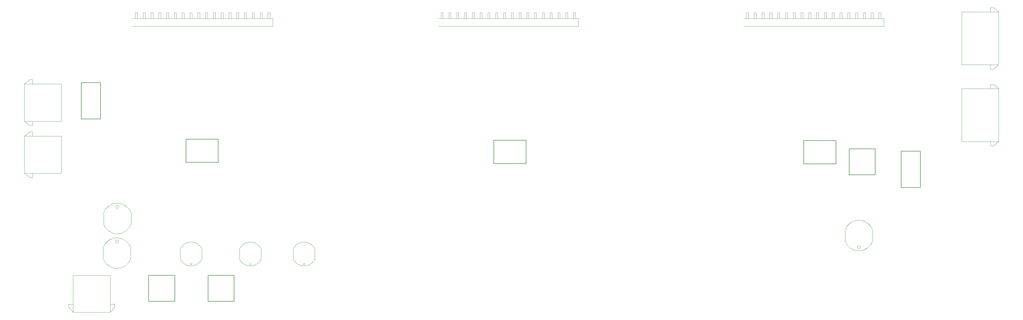
<source format=gbr>
%TF.GenerationSoftware,Altium Limited,Altium Designer,26.1.1 (7)*%
G04 Layer_Color=32768*
%FSLAX43Y43*%
%MOMM*%
%TF.SameCoordinates,F910D8A4-5627-44EB-A571-6FFAAA827985*%
%TF.FilePolarity,Positive*%
%TF.FileFunction,Other,Top_3D_Body*%
%TF.Part,Single*%
G01*
G75*
%TA.AperFunction,NonConductor*%
%ADD96C,0.200*%
%ADD113C,0.100*%
D96*
X20550Y63730D02*
Y75580D01*
X26800D01*
Y63730D02*
Y75580D01*
X20550Y63730D02*
X26800D01*
X61825Y4250D02*
Y12750D01*
X70325D01*
Y4250D02*
Y12750D01*
X61825Y4250D02*
X70325D01*
X54636Y49551D02*
X65136D01*
Y57151D01*
X54636D02*
X65136D01*
X54636Y49551D02*
Y57151D01*
X255927Y49054D02*
X266427D01*
Y56654D01*
X255927D02*
X266427D01*
X255927Y49054D02*
Y56654D01*
X287736Y41383D02*
Y53233D01*
X293986D01*
Y41383D02*
Y53233D01*
X287736Y41383D02*
X293986D01*
X154933Y49161D02*
Y56761D01*
X165433D01*
Y49161D02*
Y56761D01*
X154933Y49161D02*
X165433D01*
X270750Y45519D02*
Y54019D01*
X279250D01*
Y45519D02*
Y54019D01*
X270750Y45519D02*
X279250D01*
X42450Y4250D02*
Y12750D01*
X50950D01*
Y4250D02*
Y12750D01*
X42450Y4250D02*
X50950D01*
D113*
X32750Y35075D02*
G03*
X32750Y35075I-500J0D01*
G01*
X36750Y33025D02*
G03*
X27750Y33025I-4500J-1490D01*
G01*
Y29525D02*
G03*
X36750Y29525I4500J1490D01*
G01*
X32625Y23786D02*
G03*
X32625Y23786I-500J0D01*
G01*
X36625Y21736D02*
G03*
X27625Y21736I-4500J-1490D01*
G01*
Y18236D02*
G03*
X36625Y18236I4500J1490D01*
G01*
X72075Y18000D02*
G03*
X79075Y18000I3500J1684D01*
G01*
Y21400D02*
G03*
X72075Y21400I-3500J-1684D01*
G01*
X75825Y16400D02*
G03*
X75825Y16400I-250J0D01*
G01*
X274425Y21925D02*
G03*
X274425Y21925I-500J0D01*
G01*
X269425Y23975D02*
G03*
X278425Y23975I4500J1490D01*
G01*
Y27475D02*
G03*
X269425Y27475I-4500J-1490D01*
G01*
X93375Y16400D02*
G03*
X93375Y16400I-250J0D01*
G01*
X96625Y21400D02*
G03*
X89625Y21400I-3500J-1684D01*
G01*
Y18000D02*
G03*
X96625Y18000I3500J1684D01*
G01*
X56550Y16400D02*
G03*
X56550Y16400I-250J0D01*
G01*
X59800Y21400D02*
G03*
X52800Y21400I-3500J-1684D01*
G01*
Y18000D02*
G03*
X59800Y18000I3500J1684D01*
G01*
X36750Y29525D02*
Y33025D01*
X27750Y29525D02*
Y33025D01*
X36625Y18236D02*
Y21736D01*
X27625Y18236D02*
Y21736D01*
X17770Y725D02*
Y12725D01*
X29930Y725D02*
Y12725D01*
X17770Y725D02*
X29930D01*
X17770Y12725D02*
X29930D01*
Y725D02*
X31330Y2454D01*
X29930Y3314D02*
X31330D01*
Y2454D02*
Y3314D01*
X16370Y2454D02*
Y3314D01*
X17770D01*
X16370Y2454D02*
X17770Y725D01*
X2000Y58159D02*
X14000D01*
X2000Y45999D02*
X14000D01*
X2000D02*
Y58159D01*
X14000Y45999D02*
Y58159D01*
X2000Y45999D02*
X3729Y44599D01*
X4589D02*
Y45999D01*
X3729Y44599D02*
X4589D01*
X3729Y59559D02*
X4589D01*
Y58159D02*
Y59559D01*
X2000Y58159D02*
X3729Y59559D01*
X2000Y75159D02*
X14000D01*
X2000Y62999D02*
X14000D01*
X2000D02*
Y75159D01*
X14000Y62999D02*
Y75159D01*
X2000Y62999D02*
X3729Y61599D01*
X4589D02*
Y62999D01*
X3729Y61599D02*
X4589D01*
X3729Y76559D02*
X4589D01*
Y75159D02*
Y76559D01*
X2000Y75159D02*
X3729Y76559D01*
X73721Y98349D02*
X74361D01*
X66101D02*
X66741D01*
X71181D02*
X71821D01*
X68641D02*
X69281D01*
X38161D02*
X38801D01*
X43241Y96529D02*
Y98349D01*
X38801Y96529D02*
Y98349D01*
X38161Y96529D02*
Y98349D01*
X41341Y96529D02*
Y98349D01*
X43241D02*
X43881D01*
X40701D02*
X41341D01*
X40701Y96529D02*
Y98349D01*
X43881Y96529D02*
Y98349D01*
X61021D02*
X61661D01*
X63561D02*
X64201D01*
X58481D02*
X59121D01*
X50861D02*
X51501D01*
X55941D02*
X56581D01*
X53401D02*
X54041D01*
X76261Y96529D02*
Y98349D01*
X37211Y93989D02*
X82931D01*
X37211Y96529D02*
X82931D01*
X45781Y98349D02*
X46421D01*
Y96529D02*
Y98349D01*
X45781Y96529D02*
Y98349D01*
X81981Y96529D02*
Y98349D01*
X81341D02*
X81981D01*
X81341Y96529D02*
Y98349D01*
X79441Y96529D02*
Y98349D01*
X78801D02*
X79441D01*
X78801Y96529D02*
Y98349D01*
X76901Y96529D02*
Y98349D01*
X76261D02*
X76901D01*
X82931Y93989D02*
Y96529D01*
X48961D02*
Y98349D01*
X53401Y96529D02*
Y98349D01*
X48321D02*
X48961D01*
X51501Y96529D02*
Y98349D01*
X50861Y96529D02*
Y98349D01*
X54041Y96529D02*
Y98349D01*
X48321Y96529D02*
Y98349D01*
X74361Y96529D02*
Y98349D01*
X73721Y96529D02*
Y98349D01*
X71821Y96529D02*
Y98349D01*
X71181Y96529D02*
Y98349D01*
X69281Y96529D02*
Y98349D01*
X61021Y96529D02*
Y98349D01*
X66101Y96529D02*
Y98349D01*
X68641Y96529D02*
Y98349D01*
X66741Y96529D02*
Y98349D01*
X61661Y96529D02*
Y98349D01*
X63561Y96529D02*
Y98349D01*
X58481Y96529D02*
Y98349D01*
X59121Y96529D02*
Y98349D01*
X56581Y96529D02*
Y98349D01*
X55941Y96529D02*
Y98349D01*
X64201Y96529D02*
Y98349D01*
X173314Y98330D02*
X173954D01*
X165694D02*
X166334D01*
X170774D02*
X171414D01*
X168234D02*
X168874D01*
X137754D02*
X138394D01*
X142834Y96510D02*
Y98330D01*
X138394Y96510D02*
Y98330D01*
X137754Y96510D02*
Y98330D01*
X140934Y96510D02*
Y98330D01*
X142834D02*
X143474D01*
X140294D02*
X140934D01*
X140294Y96510D02*
Y98330D01*
X143474Y96510D02*
Y98330D01*
X160614D02*
X161254D01*
X163154D02*
X163794D01*
X158074D02*
X158714D01*
X150454D02*
X151094D01*
X155534D02*
X156174D01*
X152994D02*
X153634D01*
X175854Y96510D02*
Y98330D01*
X136804Y93970D02*
X182524D01*
X136804Y96510D02*
X182524D01*
X145374Y98330D02*
X146014D01*
Y96510D02*
Y98330D01*
X145374Y96510D02*
Y98330D01*
X181574Y96510D02*
Y98330D01*
X180934D02*
X181574D01*
X180934Y96510D02*
Y98330D01*
X179034Y96510D02*
Y98330D01*
X178394D02*
X179034D01*
X178394Y96510D02*
Y98330D01*
X176494Y96510D02*
Y98330D01*
X175854D02*
X176494D01*
X182524Y93970D02*
Y96510D01*
X148554D02*
Y98330D01*
X152994Y96510D02*
Y98330D01*
X147914D02*
X148554D01*
X151094Y96510D02*
Y98330D01*
X150454Y96510D02*
Y98330D01*
X153634Y96510D02*
Y98330D01*
X147914Y96510D02*
Y98330D01*
X173954Y96510D02*
Y98330D01*
X173314Y96510D02*
Y98330D01*
X171414Y96510D02*
Y98330D01*
X170774Y96510D02*
Y98330D01*
X168874Y96510D02*
Y98330D01*
X160614Y96510D02*
Y98330D01*
X165694Y96510D02*
Y98330D01*
X168234Y96510D02*
Y98330D01*
X166334Y96510D02*
Y98330D01*
X161254Y96510D02*
Y98330D01*
X163154Y96510D02*
Y98330D01*
X158074Y96510D02*
Y98330D01*
X158714Y96510D02*
Y98330D01*
X156174Y96510D02*
Y98330D01*
X155534Y96510D02*
Y98330D01*
X163794Y96510D02*
Y98330D01*
X263312Y96510D02*
Y98330D01*
X255052Y96510D02*
Y98330D01*
X255692Y96510D02*
Y98330D01*
X258232Y96510D02*
Y98330D01*
X257592Y96510D02*
Y98330D01*
X262672Y96510D02*
Y98330D01*
X260772Y96510D02*
Y98330D01*
X265852Y96510D02*
Y98330D01*
X267752Y96510D02*
Y98330D01*
X265212Y96510D02*
Y98330D01*
X260132Y96510D02*
Y98330D01*
X268392Y96510D02*
Y98330D01*
X270292Y96510D02*
Y98330D01*
X270932Y96510D02*
Y98330D01*
X272832Y96510D02*
Y98330D01*
X273472Y96510D02*
Y98330D01*
X247432Y96510D02*
Y98330D01*
X253152Y96510D02*
Y98330D01*
X249972Y96510D02*
Y98330D01*
X250612Y96510D02*
Y98330D01*
X247432D02*
X248072D01*
X252512Y96510D02*
Y98330D01*
X248072Y96510D02*
Y98330D01*
X282042Y93970D02*
Y96510D01*
X275372Y98330D02*
X276012D01*
Y96510D02*
Y98330D01*
X277912Y96510D02*
Y98330D01*
X278552D01*
Y96510D02*
Y98330D01*
X280452Y96510D02*
Y98330D01*
X281092D01*
Y96510D02*
Y98330D01*
X244892Y96510D02*
Y98330D01*
X245532Y96510D02*
Y98330D01*
X244892D02*
X245532D01*
X236322Y96510D02*
X282042D01*
X236322Y93970D02*
X282042D01*
X275372Y96510D02*
Y98330D01*
X252512D02*
X253152D01*
X255052D02*
X255692D01*
X249972D02*
X250612D01*
X257592D02*
X258232D01*
X262672D02*
X263312D01*
X260132D02*
X260772D01*
X242992Y96510D02*
Y98330D01*
X239812Y96510D02*
Y98330D01*
X240452D01*
X242352D02*
X242992D01*
X240452Y96510D02*
Y98330D01*
X237272Y96510D02*
Y98330D01*
X237912Y96510D02*
Y98330D01*
X242352Y96510D02*
Y98330D01*
X237272D02*
X237912D01*
X267752D02*
X268392D01*
X270292D02*
X270932D01*
X265212D02*
X265852D01*
X272832D02*
X273472D01*
X317746Y54980D02*
X319475Y56380D01*
X316886Y54980D02*
Y56380D01*
Y54980D02*
X317746D01*
X307475Y56380D02*
Y73620D01*
X319475Y56380D02*
Y73620D01*
X307475D02*
X319475D01*
X307475Y56380D02*
X319475D01*
X316886Y75020D02*
X317746D01*
X316886Y73620D02*
Y75020D01*
X317746D02*
X319475Y73620D01*
X317746Y79980D02*
X319475Y81380D01*
X316886Y79980D02*
Y81380D01*
Y79980D02*
X317746D01*
X307475Y81380D02*
Y98620D01*
X319475Y81380D02*
Y98620D01*
X307475D02*
X319475D01*
X307475Y81380D02*
X319475D01*
X316886Y100020D02*
X317746D01*
X316886Y98620D02*
Y100020D01*
X317746D02*
X319475Y98620D01*
X79075Y18000D02*
Y21400D01*
X72075Y18000D02*
Y21400D01*
X269425Y23975D02*
Y27475D01*
X278425Y23975D02*
Y27475D01*
X89625Y18000D02*
Y21400D01*
X96625Y18000D02*
Y21400D01*
X52800Y18000D02*
Y21400D01*
X59800Y18000D02*
Y21400D01*
%TF.MD5,81113703067722a6cd0cae671da6fe15*%
M02*

</source>
